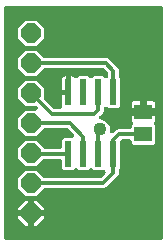
<source format=gbr>
G04 EAGLE Gerber RS-274X export*
G75*
%MOMM*%
%FSLAX34Y34*%
%LPD*%
%INTop Copper*%
%IPPOS*%
%AMOC8*
5,1,8,0,0,1.08239X$1,22.5*%
G01*
%ADD10R,0.600000X2.200000*%
%ADD11R,1.500000X1.300000*%
%ADD12P,1.759533X8X22.500000*%
%ADD13C,0.355600*%
%ADD14C,1.016000*%
%ADD15C,1.108000*%

G36*
X135146Y2543D02*
X135146Y2543D01*
X135164Y2541D01*
X135346Y2562D01*
X135529Y2581D01*
X135546Y2586D01*
X135563Y2588D01*
X135738Y2645D01*
X135914Y2699D01*
X135929Y2707D01*
X135946Y2713D01*
X136106Y2803D01*
X136268Y2891D01*
X136281Y2902D01*
X136297Y2911D01*
X136436Y3031D01*
X136577Y3148D01*
X136588Y3162D01*
X136602Y3174D01*
X136714Y3319D01*
X136829Y3462D01*
X136837Y3478D01*
X136848Y3492D01*
X136930Y3657D01*
X137015Y3819D01*
X137020Y3836D01*
X137028Y3852D01*
X137075Y4031D01*
X137126Y4206D01*
X137128Y4224D01*
X137132Y4241D01*
X137159Y4572D01*
X137159Y198628D01*
X137157Y198646D01*
X137159Y198664D01*
X137138Y198846D01*
X137119Y199029D01*
X137114Y199046D01*
X137112Y199063D01*
X137055Y199238D01*
X137001Y199414D01*
X136993Y199429D01*
X136987Y199446D01*
X136897Y199606D01*
X136809Y199768D01*
X136798Y199781D01*
X136789Y199797D01*
X136669Y199936D01*
X136552Y200077D01*
X136538Y200088D01*
X136526Y200102D01*
X136381Y200214D01*
X136238Y200329D01*
X136222Y200337D01*
X136208Y200348D01*
X136043Y200430D01*
X135881Y200515D01*
X135864Y200520D01*
X135848Y200528D01*
X135669Y200575D01*
X135494Y200626D01*
X135476Y200628D01*
X135459Y200632D01*
X135128Y200659D01*
X4572Y200659D01*
X4554Y200657D01*
X4536Y200659D01*
X4354Y200638D01*
X4171Y200619D01*
X4154Y200614D01*
X4137Y200612D01*
X3962Y200555D01*
X3786Y200501D01*
X3771Y200493D01*
X3754Y200487D01*
X3594Y200397D01*
X3432Y200309D01*
X3419Y200298D01*
X3403Y200289D01*
X3264Y200169D01*
X3123Y200052D01*
X3112Y200038D01*
X3098Y200026D01*
X2986Y199881D01*
X2871Y199738D01*
X2863Y199722D01*
X2852Y199708D01*
X2770Y199543D01*
X2685Y199381D01*
X2680Y199364D01*
X2672Y199348D01*
X2625Y199169D01*
X2574Y198994D01*
X2572Y198976D01*
X2568Y198959D01*
X2541Y198628D01*
X2541Y4572D01*
X2543Y4554D01*
X2541Y4536D01*
X2562Y4354D01*
X2581Y4171D01*
X2586Y4154D01*
X2588Y4137D01*
X2645Y3962D01*
X2699Y3786D01*
X2707Y3771D01*
X2713Y3754D01*
X2803Y3594D01*
X2891Y3432D01*
X2902Y3419D01*
X2911Y3403D01*
X3031Y3264D01*
X3148Y3123D01*
X3162Y3112D01*
X3174Y3098D01*
X3319Y2986D01*
X3462Y2871D01*
X3478Y2863D01*
X3492Y2852D01*
X3657Y2770D01*
X3819Y2685D01*
X3836Y2680D01*
X3852Y2672D01*
X4031Y2625D01*
X4206Y2574D01*
X4224Y2572D01*
X4241Y2568D01*
X4572Y2541D01*
X135128Y2541D01*
X135146Y2543D01*
G37*
%LPC*%
G36*
X20981Y40131D02*
X20981Y40131D01*
X14731Y46381D01*
X14731Y55219D01*
X20981Y61469D01*
X29819Y61469D01*
X35574Y55714D01*
X35595Y55697D01*
X35612Y55676D01*
X35750Y55569D01*
X35886Y55459D01*
X35909Y55446D01*
X35930Y55430D01*
X36087Y55352D01*
X36241Y55270D01*
X36267Y55262D01*
X36291Y55250D01*
X36460Y55205D01*
X36627Y55155D01*
X36654Y55153D01*
X36680Y55146D01*
X37010Y55119D01*
X83730Y55119D01*
X83756Y55121D01*
X83783Y55119D01*
X83957Y55141D01*
X84130Y55159D01*
X84156Y55166D01*
X84182Y55170D01*
X84348Y55225D01*
X84515Y55277D01*
X84539Y55290D01*
X84564Y55298D01*
X84715Y55385D01*
X84869Y55469D01*
X84890Y55486D01*
X84913Y55499D01*
X85166Y55714D01*
X88044Y58592D01*
X88050Y58599D01*
X88057Y58604D01*
X88177Y58754D01*
X88299Y58903D01*
X88303Y58911D01*
X88309Y58918D01*
X88397Y59088D01*
X88488Y59259D01*
X88490Y59268D01*
X88494Y59275D01*
X88547Y59460D01*
X88603Y59645D01*
X88603Y59654D01*
X88606Y59662D01*
X88621Y59851D01*
X88639Y60046D01*
X88638Y60055D01*
X88639Y60064D01*
X88617Y60253D01*
X88596Y60446D01*
X88593Y60455D01*
X88592Y60463D01*
X88532Y60645D01*
X88474Y60830D01*
X88470Y60838D01*
X88467Y60846D01*
X88372Y61015D01*
X88279Y61182D01*
X88274Y61189D01*
X88269Y61197D01*
X88143Y61343D01*
X88019Y61489D01*
X88012Y61495D01*
X88006Y61502D01*
X87855Y61619D01*
X87703Y61739D01*
X87695Y61743D01*
X87688Y61748D01*
X87516Y61834D01*
X87344Y61921D01*
X87335Y61924D01*
X87327Y61928D01*
X87141Y61978D01*
X86956Y62029D01*
X86947Y62030D01*
X86939Y62032D01*
X86608Y62059D01*
X78498Y62059D01*
X77636Y62921D01*
X77623Y62932D01*
X77611Y62945D01*
X77466Y63060D01*
X77325Y63176D01*
X77309Y63184D01*
X77295Y63195D01*
X77131Y63278D01*
X76969Y63364D01*
X76952Y63369D01*
X76936Y63377D01*
X76759Y63427D01*
X76583Y63479D01*
X76565Y63481D01*
X76548Y63485D01*
X76365Y63499D01*
X76182Y63515D01*
X76164Y63513D01*
X76147Y63515D01*
X75965Y63492D01*
X75782Y63472D01*
X75765Y63467D01*
X75747Y63464D01*
X75574Y63406D01*
X75398Y63351D01*
X75382Y63342D01*
X75366Y63336D01*
X75207Y63245D01*
X75046Y63156D01*
X75032Y63144D01*
X75017Y63135D01*
X74764Y62921D01*
X73902Y62059D01*
X65798Y62059D01*
X64936Y62921D01*
X64923Y62932D01*
X64911Y62945D01*
X64766Y63060D01*
X64625Y63176D01*
X64609Y63184D01*
X64595Y63195D01*
X64431Y63278D01*
X64269Y63364D01*
X64252Y63369D01*
X64236Y63377D01*
X64059Y63427D01*
X63883Y63479D01*
X63865Y63481D01*
X63848Y63485D01*
X63665Y63499D01*
X63482Y63515D01*
X63464Y63513D01*
X63447Y63515D01*
X63265Y63492D01*
X63082Y63472D01*
X63065Y63467D01*
X63047Y63464D01*
X62874Y63406D01*
X62698Y63351D01*
X62682Y63342D01*
X62666Y63336D01*
X62507Y63245D01*
X62346Y63156D01*
X62332Y63144D01*
X62317Y63135D01*
X62064Y62921D01*
X61202Y62059D01*
X53098Y62059D01*
X51609Y63548D01*
X51609Y69250D01*
X51607Y69268D01*
X51609Y69286D01*
X51588Y69468D01*
X51569Y69651D01*
X51564Y69668D01*
X51562Y69685D01*
X51505Y69859D01*
X51451Y70036D01*
X51443Y70051D01*
X51437Y70068D01*
X51347Y70228D01*
X51259Y70390D01*
X51248Y70403D01*
X51239Y70419D01*
X51119Y70558D01*
X51002Y70699D01*
X50988Y70710D01*
X50976Y70724D01*
X50831Y70836D01*
X50688Y70951D01*
X50672Y70959D01*
X50658Y70970D01*
X50493Y71052D01*
X50331Y71137D01*
X50314Y71142D01*
X50298Y71150D01*
X50119Y71197D01*
X49944Y71248D01*
X49926Y71250D01*
X49909Y71254D01*
X49578Y71281D01*
X36410Y71281D01*
X36384Y71279D01*
X36357Y71281D01*
X36183Y71259D01*
X36010Y71241D01*
X35984Y71234D01*
X35958Y71230D01*
X35792Y71175D01*
X35625Y71123D01*
X35601Y71110D01*
X35576Y71102D01*
X35424Y71015D01*
X35271Y70931D01*
X35250Y70914D01*
X35227Y70901D01*
X34974Y70686D01*
X29819Y65531D01*
X20981Y65531D01*
X14731Y71781D01*
X14731Y80619D01*
X20981Y86869D01*
X29819Y86869D01*
X36174Y80514D01*
X36195Y80497D01*
X36212Y80476D01*
X36350Y80369D01*
X36486Y80259D01*
X36509Y80246D01*
X36530Y80230D01*
X36687Y80152D01*
X36841Y80070D01*
X36867Y80062D01*
X36891Y80050D01*
X37060Y80005D01*
X37227Y79955D01*
X37254Y79953D01*
X37280Y79946D01*
X37610Y79919D01*
X49578Y79919D01*
X49596Y79921D01*
X49614Y79919D01*
X49796Y79940D01*
X49979Y79959D01*
X49996Y79964D01*
X50013Y79966D01*
X50188Y80023D01*
X50364Y80077D01*
X50379Y80085D01*
X50396Y80091D01*
X50556Y80181D01*
X50718Y80269D01*
X50731Y80280D01*
X50747Y80289D01*
X50886Y80409D01*
X51027Y80526D01*
X51038Y80540D01*
X51052Y80552D01*
X51164Y80697D01*
X51279Y80840D01*
X51287Y80856D01*
X51298Y80870D01*
X51380Y81035D01*
X51465Y81197D01*
X51470Y81214D01*
X51478Y81230D01*
X51525Y81409D01*
X51576Y81584D01*
X51578Y81602D01*
X51582Y81619D01*
X51609Y81950D01*
X51609Y87652D01*
X53098Y89141D01*
X59868Y89141D01*
X59877Y89142D01*
X59886Y89141D01*
X60077Y89162D01*
X60268Y89181D01*
X60277Y89183D01*
X60286Y89184D01*
X60468Y89242D01*
X60653Y89299D01*
X60661Y89303D01*
X60670Y89306D01*
X60838Y89399D01*
X61007Y89491D01*
X61014Y89496D01*
X61022Y89501D01*
X61169Y89625D01*
X61317Y89748D01*
X61322Y89755D01*
X61329Y89761D01*
X61448Y89912D01*
X61569Y90062D01*
X61573Y90070D01*
X61579Y90077D01*
X61666Y90250D01*
X61754Y90419D01*
X61757Y90428D01*
X61761Y90436D01*
X61812Y90620D01*
X61866Y90806D01*
X61867Y90815D01*
X61869Y90824D01*
X61883Y91017D01*
X61899Y91208D01*
X61898Y91216D01*
X61898Y91225D01*
X61874Y91418D01*
X61852Y91607D01*
X61849Y91616D01*
X61848Y91625D01*
X61787Y91808D01*
X61727Y91990D01*
X61723Y91998D01*
X61720Y92006D01*
X61624Y92173D01*
X61529Y92341D01*
X61523Y92348D01*
X61519Y92355D01*
X61304Y92608D01*
X57226Y96686D01*
X57205Y96703D01*
X57188Y96724D01*
X57050Y96830D01*
X56915Y96941D01*
X56891Y96954D01*
X56870Y96970D01*
X56714Y97048D01*
X56559Y97130D01*
X56533Y97138D01*
X56509Y97150D01*
X56340Y97195D01*
X56173Y97245D01*
X56146Y97247D01*
X56120Y97254D01*
X55790Y97281D01*
X37010Y97281D01*
X36984Y97279D01*
X36957Y97281D01*
X36783Y97259D01*
X36610Y97241D01*
X36584Y97234D01*
X36558Y97230D01*
X36392Y97175D01*
X36225Y97123D01*
X36201Y97110D01*
X36176Y97102D01*
X36024Y97015D01*
X35871Y96931D01*
X35850Y96914D01*
X35827Y96901D01*
X35574Y96686D01*
X29819Y90931D01*
X20981Y90931D01*
X14731Y97181D01*
X14731Y106019D01*
X20981Y112269D01*
X29120Y112269D01*
X29129Y112270D01*
X29138Y112269D01*
X29331Y112290D01*
X29520Y112309D01*
X29529Y112311D01*
X29538Y112312D01*
X29722Y112371D01*
X29905Y112427D01*
X29913Y112431D01*
X29922Y112434D01*
X30090Y112527D01*
X30259Y112619D01*
X30266Y112624D01*
X30274Y112629D01*
X30421Y112753D01*
X30569Y112876D01*
X30574Y112883D01*
X30581Y112889D01*
X30701Y113041D01*
X30821Y113190D01*
X30825Y113198D01*
X30831Y113205D01*
X30918Y113378D01*
X31006Y113547D01*
X31009Y113556D01*
X31013Y113564D01*
X31064Y113748D01*
X31118Y113934D01*
X31119Y113943D01*
X31121Y113952D01*
X31135Y114145D01*
X31151Y114336D01*
X31150Y114344D01*
X31150Y114353D01*
X31126Y114546D01*
X31104Y114735D01*
X31101Y114744D01*
X31100Y114753D01*
X31039Y114935D01*
X30979Y115118D01*
X30975Y115126D01*
X30972Y115134D01*
X30876Y115301D01*
X30781Y115469D01*
X30775Y115476D01*
X30771Y115483D01*
X30556Y115736D01*
X30535Y115753D01*
X30518Y115774D01*
X30380Y115881D01*
X30245Y115991D01*
X30221Y116004D01*
X30200Y116020D01*
X30043Y116098D01*
X29889Y116180D01*
X29863Y116188D01*
X29839Y116200D01*
X29670Y116245D01*
X29503Y116295D01*
X29476Y116297D01*
X29450Y116304D01*
X29120Y116331D01*
X20981Y116331D01*
X14731Y122581D01*
X14731Y131419D01*
X20981Y137669D01*
X29819Y137669D01*
X36069Y131419D01*
X36069Y123280D01*
X36071Y123254D01*
X36069Y123227D01*
X36091Y123053D01*
X36109Y122880D01*
X36116Y122854D01*
X36120Y122827D01*
X36176Y122662D01*
X36227Y122495D01*
X36240Y122471D01*
X36248Y122446D01*
X36335Y122294D01*
X36419Y122141D01*
X36436Y122120D01*
X36449Y122097D01*
X36664Y121844D01*
X44374Y114134D01*
X44395Y114117D01*
X44412Y114096D01*
X44550Y113989D01*
X44685Y113879D01*
X44709Y113866D01*
X44730Y113850D01*
X44887Y113772D01*
X45041Y113690D01*
X45067Y113682D01*
X45091Y113670D01*
X45260Y113625D01*
X45427Y113575D01*
X45454Y113573D01*
X45480Y113566D01*
X45810Y113539D01*
X49693Y113539D01*
X49774Y113547D01*
X49857Y113545D01*
X49974Y113567D01*
X50093Y113579D01*
X50172Y113603D01*
X50253Y113617D01*
X50364Y113662D01*
X50478Y113697D01*
X50551Y113736D01*
X50627Y113766D01*
X50727Y113832D01*
X50832Y113889D01*
X50895Y113941D01*
X50964Y113986D01*
X51050Y114070D01*
X51142Y114146D01*
X51193Y114210D01*
X51252Y114268D01*
X51319Y114367D01*
X51394Y114460D01*
X51432Y114533D01*
X51478Y114601D01*
X51524Y114711D01*
X51579Y114817D01*
X51602Y114896D01*
X51634Y114972D01*
X51658Y115089D01*
X51691Y115204D01*
X51698Y115286D01*
X51714Y115367D01*
X51714Y115486D01*
X51724Y115606D01*
X51714Y115687D01*
X51714Y115769D01*
X51687Y115919D01*
X51677Y116005D01*
X51664Y116044D01*
X51655Y116096D01*
X51609Y116266D01*
X51609Y125569D01*
X57150Y125569D01*
X57167Y125570D01*
X57185Y125569D01*
X57368Y125590D01*
X57550Y125608D01*
X57567Y125614D01*
X57585Y125616D01*
X57760Y125673D01*
X57935Y125727D01*
X57951Y125735D01*
X57968Y125741D01*
X58128Y125831D01*
X58289Y125918D01*
X58303Y125930D01*
X58318Y125939D01*
X58458Y126059D01*
X58598Y126176D01*
X58599Y126176D01*
X58599Y126177D01*
X58610Y126190D01*
X58623Y126202D01*
X58624Y126202D01*
X58736Y126347D01*
X58851Y126490D01*
X58860Y126506D01*
X58870Y126520D01*
X58952Y126685D01*
X59037Y126848D01*
X59042Y126865D01*
X59050Y126881D01*
X59098Y127059D01*
X59148Y127235D01*
X59150Y127252D01*
X59154Y127270D01*
X59181Y127600D01*
X59181Y141141D01*
X60485Y141141D01*
X61131Y140968D01*
X61710Y140633D01*
X62064Y140279D01*
X62078Y140268D01*
X62089Y140255D01*
X62233Y140141D01*
X62375Y140024D01*
X62391Y140016D01*
X62405Y140005D01*
X62569Y139921D01*
X62731Y139836D01*
X62748Y139831D01*
X62764Y139823D01*
X62941Y139773D01*
X63117Y139721D01*
X63135Y139719D01*
X63152Y139715D01*
X63335Y139701D01*
X63518Y139685D01*
X63536Y139687D01*
X63553Y139685D01*
X63735Y139708D01*
X63918Y139728D01*
X63935Y139733D01*
X63953Y139736D01*
X64127Y139794D01*
X64302Y139849D01*
X64318Y139858D01*
X64334Y139864D01*
X64493Y139955D01*
X64654Y140044D01*
X64668Y140056D01*
X64683Y140065D01*
X64936Y140279D01*
X65798Y141141D01*
X73902Y141141D01*
X74764Y140279D01*
X74778Y140268D01*
X74789Y140255D01*
X74933Y140141D01*
X75075Y140024D01*
X75091Y140016D01*
X75105Y140005D01*
X75269Y139921D01*
X75431Y139836D01*
X75448Y139831D01*
X75464Y139823D01*
X75641Y139773D01*
X75817Y139721D01*
X75835Y139719D01*
X75852Y139715D01*
X76035Y139701D01*
X76218Y139685D01*
X76236Y139687D01*
X76253Y139685D01*
X76435Y139708D01*
X76618Y139728D01*
X76635Y139733D01*
X76653Y139736D01*
X76827Y139794D01*
X77002Y139849D01*
X77018Y139858D01*
X77034Y139864D01*
X77193Y139955D01*
X77354Y140044D01*
X77368Y140056D01*
X77383Y140065D01*
X77636Y140279D01*
X78498Y141141D01*
X86602Y141141D01*
X87464Y140279D01*
X87471Y140274D01*
X87476Y140267D01*
X87490Y140256D01*
X87502Y140242D01*
X87640Y140135D01*
X87775Y140024D01*
X87783Y140020D01*
X87790Y140015D01*
X87806Y140006D01*
X87820Y139995D01*
X87977Y139918D01*
X88131Y139836D01*
X88140Y139833D01*
X88147Y139829D01*
X88164Y139824D01*
X88180Y139816D01*
X88350Y139771D01*
X88517Y139721D01*
X88526Y139720D01*
X88534Y139718D01*
X88552Y139716D01*
X88569Y139712D01*
X88900Y139685D01*
X88909Y139685D01*
X88918Y139685D01*
X88927Y139686D01*
X88936Y139685D01*
X89118Y139706D01*
X89301Y139724D01*
X89309Y139727D01*
X89318Y139728D01*
X89327Y139731D01*
X89335Y139732D01*
X89510Y139789D01*
X89686Y139843D01*
X89693Y139847D01*
X89702Y139849D01*
X89710Y139854D01*
X89718Y139857D01*
X89878Y139947D01*
X90040Y140034D01*
X90046Y140040D01*
X90054Y140044D01*
X90061Y140050D01*
X90069Y140054D01*
X90208Y140175D01*
X90349Y140292D01*
X90354Y140299D01*
X90361Y140305D01*
X90367Y140312D01*
X90374Y140318D01*
X90486Y140463D01*
X90601Y140606D01*
X90605Y140614D01*
X90611Y140621D01*
X90615Y140629D01*
X90620Y140636D01*
X90702Y140801D01*
X90787Y140963D01*
X90789Y140972D01*
X90793Y140980D01*
X90796Y140988D01*
X90800Y140996D01*
X90847Y141174D01*
X90898Y141350D01*
X90899Y141359D01*
X90901Y141368D01*
X90902Y141376D01*
X90904Y141385D01*
X90931Y141716D01*
X90931Y143420D01*
X90929Y143446D01*
X90931Y143473D01*
X90909Y143647D01*
X90891Y143820D01*
X90884Y143846D01*
X90880Y143872D01*
X90825Y144038D01*
X90773Y144205D01*
X90760Y144229D01*
X90752Y144254D01*
X90665Y144406D01*
X90581Y144559D01*
X90564Y144580D01*
X90551Y144603D01*
X90336Y144856D01*
X87706Y147486D01*
X87685Y147503D01*
X87668Y147524D01*
X87530Y147631D01*
X87395Y147741D01*
X87371Y147754D01*
X87350Y147770D01*
X87193Y147848D01*
X87039Y147930D01*
X87013Y147938D01*
X86989Y147950D01*
X86820Y147995D01*
X86653Y148045D01*
X86626Y148047D01*
X86600Y148054D01*
X86270Y148081D01*
X37010Y148081D01*
X36984Y148079D01*
X36957Y148081D01*
X36783Y148059D01*
X36610Y148041D01*
X36584Y148034D01*
X36558Y148030D01*
X36392Y147975D01*
X36225Y147923D01*
X36201Y147910D01*
X36176Y147902D01*
X36024Y147815D01*
X35871Y147731D01*
X35850Y147714D01*
X35827Y147701D01*
X35574Y147486D01*
X29819Y141731D01*
X20981Y141731D01*
X14731Y147981D01*
X14731Y156819D01*
X20981Y163069D01*
X29819Y163069D01*
X35574Y157314D01*
X35595Y157297D01*
X35612Y157276D01*
X35750Y157169D01*
X35886Y157059D01*
X35909Y157046D01*
X35930Y157030D01*
X36087Y156952D01*
X36241Y156870D01*
X36267Y156862D01*
X36291Y156850D01*
X36460Y156805D01*
X36627Y156755D01*
X36654Y156753D01*
X36680Y156746D01*
X37010Y156719D01*
X89759Y156719D01*
X91346Y156061D01*
X98911Y148496D01*
X99569Y146909D01*
X99569Y141716D01*
X99571Y141689D01*
X99569Y141662D01*
X99591Y141488D01*
X99609Y141315D01*
X99616Y141290D01*
X99620Y141263D01*
X99676Y141097D01*
X99727Y140930D01*
X99740Y140907D01*
X99748Y140881D01*
X99835Y140730D01*
X99919Y140576D01*
X99936Y140556D01*
X99949Y140532D01*
X100164Y140279D01*
X100791Y139652D01*
X100791Y115548D01*
X99302Y114059D01*
X91198Y114059D01*
X90336Y114921D01*
X90329Y114926D01*
X90324Y114933D01*
X90175Y115053D01*
X90025Y115176D01*
X90017Y115180D01*
X90010Y115185D01*
X89839Y115274D01*
X89669Y115364D01*
X89661Y115367D01*
X89653Y115371D01*
X89467Y115424D01*
X89283Y115479D01*
X89274Y115480D01*
X89266Y115482D01*
X89074Y115498D01*
X88882Y115515D01*
X88873Y115514D01*
X88864Y115515D01*
X88675Y115493D01*
X88482Y115472D01*
X88473Y115469D01*
X88465Y115468D01*
X88283Y115409D01*
X88098Y115351D01*
X88090Y115346D01*
X88082Y115343D01*
X87913Y115248D01*
X87746Y115156D01*
X87739Y115150D01*
X87731Y115146D01*
X87585Y115020D01*
X87439Y114895D01*
X87433Y114888D01*
X87426Y114882D01*
X87309Y114731D01*
X87189Y114579D01*
X87185Y114571D01*
X87180Y114564D01*
X87094Y114391D01*
X87007Y114220D01*
X87004Y114212D01*
X87000Y114204D01*
X86950Y114017D01*
X86899Y113832D01*
X86898Y113824D01*
X86896Y113815D01*
X86869Y113484D01*
X86869Y112171D01*
X86211Y110584D01*
X83696Y108068D01*
X83690Y108061D01*
X83683Y108056D01*
X83563Y107906D01*
X83441Y107757D01*
X83437Y107749D01*
X83431Y107742D01*
X83343Y107572D01*
X83252Y107401D01*
X83250Y107392D01*
X83246Y107385D01*
X83193Y107200D01*
X83137Y107015D01*
X83137Y107006D01*
X83134Y106998D01*
X83118Y106807D01*
X83101Y106614D01*
X83102Y106605D01*
X83101Y106596D01*
X83123Y106407D01*
X83144Y106214D01*
X83147Y106205D01*
X83148Y106197D01*
X83208Y106015D01*
X83266Y105830D01*
X83270Y105822D01*
X83273Y105814D01*
X83368Y105645D01*
X83461Y105478D01*
X83466Y105471D01*
X83471Y105463D01*
X83598Y105316D01*
X83721Y105171D01*
X83728Y105165D01*
X83734Y105158D01*
X83885Y105041D01*
X84037Y104921D01*
X84045Y104917D01*
X84052Y104912D01*
X84224Y104826D01*
X84396Y104739D01*
X84405Y104736D01*
X84413Y104732D01*
X84599Y104682D01*
X84784Y104631D01*
X84793Y104630D01*
X84801Y104628D01*
X85132Y104601D01*
X85427Y104601D01*
X88397Y103371D01*
X90671Y101097D01*
X91901Y98127D01*
X91901Y95292D01*
X91902Y95283D01*
X91901Y95274D01*
X91922Y95083D01*
X91941Y94892D01*
X91943Y94883D01*
X91944Y94874D01*
X92002Y94692D01*
X92059Y94507D01*
X92063Y94499D01*
X92066Y94490D01*
X92159Y94322D01*
X92251Y94153D01*
X92256Y94146D01*
X92261Y94138D01*
X92386Y93990D01*
X92508Y93843D01*
X92515Y93838D01*
X92521Y93831D01*
X92673Y93711D01*
X92822Y93591D01*
X92830Y93587D01*
X92837Y93581D01*
X93009Y93494D01*
X93179Y93406D01*
X93188Y93403D01*
X93196Y93399D01*
X93382Y93347D01*
X93566Y93294D01*
X93575Y93293D01*
X93584Y93291D01*
X93776Y93277D01*
X93968Y93261D01*
X93976Y93262D01*
X93985Y93262D01*
X94178Y93286D01*
X94367Y93308D01*
X94376Y93311D01*
X94385Y93312D01*
X94568Y93373D01*
X94750Y93433D01*
X94758Y93437D01*
X94766Y93440D01*
X94932Y93536D01*
X95101Y93631D01*
X95108Y93637D01*
X95115Y93641D01*
X95368Y93856D01*
X97274Y95761D01*
X98179Y96136D01*
X98861Y96419D01*
X108578Y96419D01*
X108596Y96421D01*
X108614Y96419D01*
X108796Y96440D01*
X108979Y96459D01*
X108996Y96464D01*
X109013Y96466D01*
X109188Y96523D01*
X109364Y96577D01*
X109379Y96585D01*
X109396Y96591D01*
X109556Y96681D01*
X109718Y96769D01*
X109731Y96780D01*
X109747Y96789D01*
X109886Y96909D01*
X110027Y97026D01*
X110038Y97040D01*
X110052Y97052D01*
X110164Y97197D01*
X110279Y97340D01*
X110287Y97356D01*
X110298Y97370D01*
X110380Y97535D01*
X110465Y97697D01*
X110470Y97714D01*
X110478Y97730D01*
X110525Y97909D01*
X110576Y98084D01*
X110578Y98102D01*
X110582Y98119D01*
X110609Y98450D01*
X110609Y99652D01*
X111121Y100164D01*
X111132Y100177D01*
X111145Y100189D01*
X111259Y100333D01*
X111376Y100475D01*
X111384Y100491D01*
X111395Y100505D01*
X111478Y100669D01*
X111564Y100831D01*
X111569Y100848D01*
X111577Y100864D01*
X111627Y101041D01*
X111679Y101217D01*
X111681Y101235D01*
X111685Y101252D01*
X111699Y101435D01*
X111715Y101618D01*
X111713Y101636D01*
X111715Y101653D01*
X111692Y101835D01*
X111672Y102018D01*
X111667Y102035D01*
X111664Y102053D01*
X111606Y102226D01*
X111551Y102402D01*
X111542Y102418D01*
X111536Y102434D01*
X111445Y102593D01*
X111356Y102754D01*
X111344Y102768D01*
X111335Y102783D01*
X111121Y103036D01*
X111117Y103040D01*
X110782Y103619D01*
X110609Y104265D01*
X110609Y107851D01*
X119432Y107851D01*
X119450Y107852D01*
X119467Y107851D01*
X119650Y107872D01*
X119832Y107891D01*
X119849Y107896D01*
X119867Y107898D01*
X120042Y107955D01*
X120217Y108009D01*
X120233Y108017D01*
X120250Y108023D01*
X120410Y108113D01*
X120571Y108200D01*
X120585Y108212D01*
X120601Y108221D01*
X120653Y108266D01*
X120758Y108181D01*
X120774Y108173D01*
X120788Y108162D01*
X120953Y108080D01*
X121116Y107995D01*
X121133Y107990D01*
X121149Y107982D01*
X121327Y107934D01*
X121502Y107884D01*
X121520Y107882D01*
X121537Y107878D01*
X121868Y107851D01*
X130691Y107851D01*
X130691Y104265D01*
X130518Y103619D01*
X130183Y103040D01*
X130179Y103036D01*
X130168Y103022D01*
X130155Y103011D01*
X130041Y102867D01*
X129924Y102725D01*
X129916Y102709D01*
X129905Y102695D01*
X129822Y102531D01*
X129736Y102369D01*
X129731Y102352D01*
X129723Y102336D01*
X129673Y102159D01*
X129621Y101983D01*
X129619Y101965D01*
X129615Y101948D01*
X129601Y101765D01*
X129585Y101582D01*
X129587Y101564D01*
X129585Y101547D01*
X129608Y101365D01*
X129628Y101182D01*
X129633Y101165D01*
X129636Y101147D01*
X129694Y100974D01*
X129749Y100798D01*
X129758Y100782D01*
X129764Y100766D01*
X129855Y100607D01*
X129944Y100446D01*
X129956Y100432D01*
X129965Y100417D01*
X130179Y100164D01*
X130691Y99652D01*
X130691Y84548D01*
X129202Y83059D01*
X112098Y83059D01*
X110609Y84548D01*
X110609Y85750D01*
X110607Y85768D01*
X110609Y85786D01*
X110588Y85968D01*
X110569Y86151D01*
X110564Y86168D01*
X110562Y86185D01*
X110505Y86360D01*
X110451Y86536D01*
X110443Y86551D01*
X110437Y86568D01*
X110347Y86728D01*
X110259Y86890D01*
X110248Y86903D01*
X110239Y86919D01*
X110119Y87058D01*
X110002Y87199D01*
X109988Y87210D01*
X109976Y87224D01*
X109831Y87336D01*
X109688Y87451D01*
X109672Y87459D01*
X109658Y87470D01*
X109493Y87552D01*
X109331Y87637D01*
X109314Y87642D01*
X109298Y87650D01*
X109119Y87697D01*
X108944Y87748D01*
X108926Y87750D01*
X108909Y87754D01*
X108578Y87781D01*
X102822Y87781D01*
X102804Y87779D01*
X102786Y87781D01*
X102604Y87760D01*
X102421Y87741D01*
X102404Y87736D01*
X102387Y87734D01*
X102212Y87677D01*
X102036Y87623D01*
X102021Y87615D01*
X102004Y87609D01*
X101844Y87519D01*
X101682Y87431D01*
X101669Y87420D01*
X101653Y87411D01*
X101514Y87291D01*
X101373Y87174D01*
X101362Y87160D01*
X101348Y87148D01*
X101236Y87003D01*
X101121Y86860D01*
X101113Y86844D01*
X101102Y86830D01*
X101020Y86665D01*
X100935Y86503D01*
X100930Y86486D01*
X100922Y86470D01*
X100875Y86291D01*
X100824Y86116D01*
X100822Y86098D01*
X100818Y86081D01*
X100791Y85750D01*
X100791Y63548D01*
X100164Y62921D01*
X100147Y62900D01*
X100126Y62882D01*
X100019Y62744D01*
X99909Y62609D01*
X99896Y62585D01*
X99880Y62564D01*
X99802Y62408D01*
X99720Y62253D01*
X99712Y62228D01*
X99700Y62204D01*
X99655Y62035D01*
X99605Y61867D01*
X99603Y61841D01*
X99596Y61815D01*
X99569Y61484D01*
X99569Y58831D01*
X98911Y57244D01*
X88806Y47139D01*
X87219Y46481D01*
X37010Y46481D01*
X36984Y46479D01*
X36957Y46481D01*
X36783Y46459D01*
X36610Y46441D01*
X36584Y46434D01*
X36558Y46430D01*
X36392Y46375D01*
X36225Y46323D01*
X36201Y46310D01*
X36176Y46302D01*
X36024Y46215D01*
X35871Y46131D01*
X35850Y46114D01*
X35827Y46101D01*
X35574Y45886D01*
X29819Y40131D01*
X20981Y40131D01*
G37*
%LPD*%
%LPC*%
G36*
X20981Y167131D02*
X20981Y167131D01*
X14731Y173381D01*
X14731Y182219D01*
X20981Y188469D01*
X29819Y188469D01*
X36069Y182219D01*
X36069Y173381D01*
X29819Y167131D01*
X20981Y167131D01*
G37*
%LPD*%
%LPC*%
G36*
X27939Y27939D02*
X27939Y27939D01*
X27939Y36069D01*
X29819Y36069D01*
X36069Y29819D01*
X36069Y27939D01*
X27939Y27939D01*
G37*
%LPD*%
%LPC*%
G36*
X14731Y27939D02*
X14731Y27939D01*
X14731Y29819D01*
X20981Y36069D01*
X22861Y36069D01*
X22861Y27939D01*
X14731Y27939D01*
G37*
%LPD*%
%LPC*%
G36*
X27939Y14731D02*
X27939Y14731D01*
X27939Y22861D01*
X36069Y22861D01*
X36069Y20981D01*
X29819Y14731D01*
X27939Y14731D01*
G37*
%LPD*%
%LPC*%
G36*
X20981Y14731D02*
X20981Y14731D01*
X14731Y20981D01*
X14731Y22861D01*
X22861Y22861D01*
X22861Y14731D01*
X20981Y14731D01*
G37*
%LPD*%
%LPC*%
G36*
X51609Y129631D02*
X51609Y129631D01*
X51609Y138935D01*
X51782Y139581D01*
X52117Y140160D01*
X52590Y140633D01*
X53169Y140968D01*
X53815Y141141D01*
X55119Y141141D01*
X55119Y129631D01*
X51609Y129631D01*
G37*
%LPD*%
%LPC*%
G36*
X123899Y114349D02*
X123899Y114349D01*
X123899Y120141D01*
X128485Y120141D01*
X129131Y119968D01*
X129710Y119633D01*
X130183Y119160D01*
X130518Y118581D01*
X130691Y117935D01*
X130691Y114349D01*
X123899Y114349D01*
G37*
%LPD*%
%LPC*%
G36*
X110609Y114349D02*
X110609Y114349D01*
X110609Y117935D01*
X110782Y118581D01*
X111117Y119160D01*
X111590Y119633D01*
X112169Y119968D01*
X112815Y120141D01*
X117401Y120141D01*
X117401Y114349D01*
X110609Y114349D01*
G37*
%LPD*%
D10*
X82550Y127600D03*
X82550Y75600D03*
X95250Y127600D03*
X69850Y127600D03*
X57150Y127600D03*
X95250Y75600D03*
X69850Y75600D03*
X57150Y75600D03*
D11*
X120650Y92100D03*
X120650Y111100D03*
D12*
X25400Y177800D03*
X25400Y152400D03*
X25400Y127000D03*
X25400Y101600D03*
X25400Y76200D03*
X25400Y50800D03*
X25400Y25400D03*
D13*
X95250Y59690D02*
X95250Y75600D01*
X95250Y59690D02*
X86360Y50800D01*
X25400Y50800D01*
X95250Y75600D02*
X95250Y87630D01*
X99720Y92100D02*
X120650Y92100D01*
X99720Y92100D02*
X95250Y87630D01*
D14*
X43180Y139700D03*
D13*
X57150Y75600D02*
X25400Y75600D01*
X25400Y76200D01*
X43180Y109220D02*
X25400Y127000D01*
X43180Y109220D02*
X78740Y109220D01*
X82550Y113030D02*
X82550Y127600D01*
X82550Y113030D02*
X78740Y109220D01*
X58420Y101600D02*
X25400Y101600D01*
X69850Y90170D02*
X69850Y75600D01*
X69850Y90170D02*
X58420Y101600D01*
X88900Y152400D02*
X25400Y152400D01*
X95250Y146050D02*
X95250Y127600D01*
X95250Y146050D02*
X88900Y152400D01*
X82550Y95250D02*
X82550Y75600D01*
X82550Y95250D02*
X83820Y96520D01*
D15*
X83820Y96520D03*
M02*

</source>
